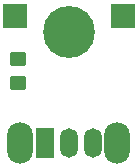
<source format=gbr>
%TF.GenerationSoftware,KiCad,Pcbnew,9.0.7*%
%TF.CreationDate,2026-02-11T18:54:05-08:00*%
%TF.ProjectId,gbsc-vgaswitch,67627363-2d76-4676-9173-77697463682e,rev?*%
%TF.SameCoordinates,Original*%
%TF.FileFunction,Soldermask,Top*%
%TF.FilePolarity,Negative*%
%FSLAX46Y46*%
G04 Gerber Fmt 4.6, Leading zero omitted, Abs format (unit mm)*
G04 Created by KiCad (PCBNEW 9.0.7) date 2026-02-11 18:54:05*
%MOMM*%
%LPD*%
G01*
G04 APERTURE LIST*
G04 Aperture macros list*
%AMRoundRect*
0 Rectangle with rounded corners*
0 $1 Rounding radius*
0 $2 $3 $4 $5 $6 $7 $8 $9 X,Y pos of 4 corners*
0 Add a 4 corners polygon primitive as box body*
4,1,4,$2,$3,$4,$5,$6,$7,$8,$9,$2,$3,0*
0 Add four circle primitives for the rounded corners*
1,1,$1+$1,$2,$3*
1,1,$1+$1,$4,$5*
1,1,$1+$1,$6,$7*
1,1,$1+$1,$8,$9*
0 Add four rect primitives between the rounded corners*
20,1,$1+$1,$2,$3,$4,$5,0*
20,1,$1+$1,$4,$5,$6,$7,0*
20,1,$1+$1,$6,$7,$8,$9,0*
20,1,$1+$1,$8,$9,$2,$3,0*%
G04 Aperture macros list end*
%ADD10O,2.200000X3.500000*%
%ADD11R,1.500000X2.500000*%
%ADD12O,1.500000X2.500000*%
%ADD13R,2.000000X2.000000*%
%ADD14RoundRect,0.250000X-0.450000X0.350000X-0.450000X-0.350000X0.450000X-0.350000X0.450000X0.350000X0*%
%ADD15C,4.400000*%
G04 APERTURE END LIST*
D10*
%TO.C,SW1*%
X133550000Y-101750000D03*
X141750000Y-101750000D03*
D11*
X135650000Y-101750000D03*
D12*
X137650000Y-101750000D03*
X139650000Y-101750000D03*
%TD*%
D13*
%TO.C,J1*%
X142240000Y-90932000D03*
%TD*%
%TO.C,J2*%
X133096000Y-90932000D03*
%TD*%
D14*
%TO.C,R1*%
X133350000Y-94631000D03*
X133350000Y-96631000D03*
%TD*%
D15*
%TO.C,REF\u002A\u002A*%
X137650000Y-92300000D03*
%TD*%
M02*

</source>
